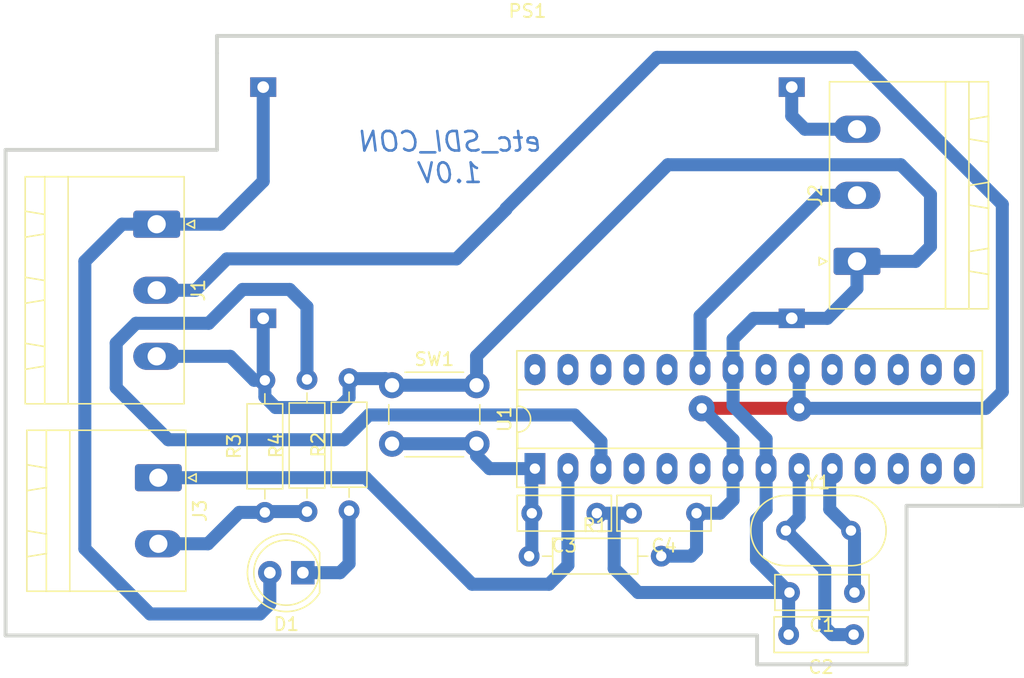
<source format=kicad_pcb>
(kicad_pcb (version 20171130) (host pcbnew "(5.1.6)-1")

  (general
    (thickness 1.6)
    (drawings 14)
    (tracks 126)
    (zones 0)
    (modules 16)
    (nets 31)
  )

  (page A4)
  (layers
    (0 F.Cu signal)
    (31 B.Cu signal)
    (32 B.Adhes user)
    (33 F.Adhes user)
    (34 B.Paste user)
    (35 F.Paste user)
    (36 B.SilkS user)
    (37 F.SilkS user)
    (38 B.Mask user)
    (39 F.Mask user)
    (40 Dwgs.User user)
    (41 Cmts.User user)
    (42 Eco1.User user)
    (43 Eco2.User user)
    (44 Edge.Cuts user)
    (45 Margin user)
    (46 B.CrtYd user)
    (47 F.CrtYd user)
    (48 B.Fab user)
    (49 F.Fab user)
  )

  (setup
    (last_trace_width 0.25)
    (user_trace_width 0.75)
    (user_trace_width 1)
    (trace_clearance 0.2)
    (zone_clearance 0.508)
    (zone_45_only no)
    (trace_min 0.2)
    (via_size 0.8)
    (via_drill 0.4)
    (via_min_size 0.4)
    (via_min_drill 0.3)
    (user_via 2 0.8)
    (uvia_size 0.3)
    (uvia_drill 0.1)
    (uvias_allowed no)
    (uvia_min_size 0.2)
    (uvia_min_drill 0.1)
    (edge_width 0.3)
    (segment_width 0.2)
    (pcb_text_width 0.3)
    (pcb_text_size 1.5 1.5)
    (mod_edge_width 0.12)
    (mod_text_size 1 1)
    (mod_text_width 0.15)
    (pad_size 2.4 1.6)
    (pad_drill 0.9)
    (pad_to_mask_clearance 0.05)
    (aux_axis_origin 0 0)
    (visible_elements 7FFFFFFF)
    (pcbplotparams
      (layerselection 0x010fc_ffffffff)
      (usegerberextensions false)
      (usegerberattributes true)
      (usegerberadvancedattributes true)
      (creategerberjobfile true)
      (excludeedgelayer true)
      (linewidth 0.100000)
      (plotframeref false)
      (viasonmask false)
      (mode 1)
      (useauxorigin false)
      (hpglpennumber 1)
      (hpglpenspeed 20)
      (hpglpendiameter 15.000000)
      (psnegative false)
      (psa4output false)
      (plotreference true)
      (plotvalue true)
      (plotinvisibletext false)
      (padsonsilk false)
      (subtractmaskfromsilk false)
      (outputformat 1)
      (mirror false)
      (drillshape 1)
      (scaleselection 1)
      (outputdirectory ""))
  )

  (net 0 "")
  (net 1 "Net-(C1-Pad1)")
  (net 2 /GND)
  (net 3 "Net-(C2-Pad1)")
  (net 4 "Net-(C3-Pad2)")
  (net 5 /5V)
  (net 6 "Net-(D1-Pad1)")
  (net 7 /VB)
  (net 8 /12V)
  (net 9 /SDI_BUS)
  (net 10 "Net-(J3-Pad2)")
  (net 11 "Net-(U1-Pad15)")
  (net 12 "Net-(U1-Pad16)")
  (net 13 "Net-(U1-Pad17)")
  (net 14 "Net-(U1-Pad18)")
  (net 15 "Net-(U1-Pad5)")
  (net 16 "Net-(U1-Pad19)")
  (net 17 "Net-(U1-Pad6)")
  (net 18 "Net-(U1-Pad21)")
  (net 19 "Net-(U1-Pad24)")
  (net 20 "Net-(U1-Pad11)")
  (net 21 "Net-(U1-Pad25)")
  (net 22 "Net-(U1-Pad12)")
  (net 23 "Net-(U1-Pad26)")
  (net 24 "Net-(U1-Pad13)")
  (net 25 "Net-(U1-Pad27)")
  (net 26 "Net-(U1-Pad14)")
  (net 27 "Net-(U1-Pad28)")
  (net 28 "Net-(U1-Pad4)")
  (net 29 /TX_ARM)
  (net 30 /RX_ARM)

  (net_class Default "This is the default net class."
    (clearance 0.2)
    (trace_width 0.25)
    (via_dia 0.8)
    (via_drill 0.4)
    (uvia_dia 0.3)
    (uvia_drill 0.1)
    (add_net /12V)
    (add_net /5V)
    (add_net /GND)
    (add_net /RX_ARM)
    (add_net /SDI_BUS)
    (add_net /TX_ARM)
    (add_net /VB)
    (add_net "Net-(C1-Pad1)")
    (add_net "Net-(C2-Pad1)")
    (add_net "Net-(C3-Pad2)")
    (add_net "Net-(D1-Pad1)")
    (add_net "Net-(J3-Pad2)")
    (add_net "Net-(U1-Pad11)")
    (add_net "Net-(U1-Pad12)")
    (add_net "Net-(U1-Pad13)")
    (add_net "Net-(U1-Pad14)")
    (add_net "Net-(U1-Pad15)")
    (add_net "Net-(U1-Pad16)")
    (add_net "Net-(U1-Pad17)")
    (add_net "Net-(U1-Pad18)")
    (add_net "Net-(U1-Pad19)")
    (add_net "Net-(U1-Pad21)")
    (add_net "Net-(U1-Pad24)")
    (add_net "Net-(U1-Pad25)")
    (add_net "Net-(U1-Pad26)")
    (add_net "Net-(U1-Pad27)")
    (add_net "Net-(U1-Pad28)")
    (add_net "Net-(U1-Pad4)")
    (add_net "Net-(U1-Pad5)")
    (add_net "Net-(U1-Pad6)")
  )

  (module Package_DIP:DIP-28_W7.62mm_Socket_LongPads (layer F.Cu) (tedit 5A02E8C5) (tstamp 5F7BE2AE)
    (at 152.2095 106.8705 90)
    (descr "28-lead though-hole mounted DIP package, row spacing 7.62 mm (300 mils), Socket, LongPads")
    (tags "THT DIP DIL PDIP 2.54mm 7.62mm 300mil Socket LongPads")
    (path /5F32F860)
    (fp_text reference U1 (at 3.81 -2.33 90) (layer F.SilkS)
      (effects (font (size 1 1) (thickness 0.15)))
    )
    (fp_text value ATmega328-PU (at 3.81 35.35 90) (layer F.Fab)
      (effects (font (size 1 1) (thickness 0.15)))
    )
    (fp_line (start 9.15 -1.6) (end -1.55 -1.6) (layer F.CrtYd) (width 0.05))
    (fp_line (start 9.15 34.65) (end 9.15 -1.6) (layer F.CrtYd) (width 0.05))
    (fp_line (start -1.55 34.65) (end 9.15 34.65) (layer F.CrtYd) (width 0.05))
    (fp_line (start -1.55 -1.6) (end -1.55 34.65) (layer F.CrtYd) (width 0.05))
    (fp_line (start 9.06 -1.39) (end -1.44 -1.39) (layer F.SilkS) (width 0.12))
    (fp_line (start 9.06 34.41) (end 9.06 -1.39) (layer F.SilkS) (width 0.12))
    (fp_line (start -1.44 34.41) (end 9.06 34.41) (layer F.SilkS) (width 0.12))
    (fp_line (start -1.44 -1.39) (end -1.44 34.41) (layer F.SilkS) (width 0.12))
    (fp_line (start 6.06 -1.33) (end 4.81 -1.33) (layer F.SilkS) (width 0.12))
    (fp_line (start 6.06 34.35) (end 6.06 -1.33) (layer F.SilkS) (width 0.12))
    (fp_line (start 1.56 34.35) (end 6.06 34.35) (layer F.SilkS) (width 0.12))
    (fp_line (start 1.56 -1.33) (end 1.56 34.35) (layer F.SilkS) (width 0.12))
    (fp_line (start 2.81 -1.33) (end 1.56 -1.33) (layer F.SilkS) (width 0.12))
    (fp_line (start 8.89 -1.33) (end -1.27 -1.33) (layer F.Fab) (width 0.1))
    (fp_line (start 8.89 34.35) (end 8.89 -1.33) (layer F.Fab) (width 0.1))
    (fp_line (start -1.27 34.35) (end 8.89 34.35) (layer F.Fab) (width 0.1))
    (fp_line (start -1.27 -1.33) (end -1.27 34.35) (layer F.Fab) (width 0.1))
    (fp_line (start 0.635 -0.27) (end 1.635 -1.27) (layer F.Fab) (width 0.1))
    (fp_line (start 0.635 34.29) (end 0.635 -0.27) (layer F.Fab) (width 0.1))
    (fp_line (start 6.985 34.29) (end 0.635 34.29) (layer F.Fab) (width 0.1))
    (fp_line (start 6.985 -1.27) (end 6.985 34.29) (layer F.Fab) (width 0.1))
    (fp_line (start 1.635 -1.27) (end 6.985 -1.27) (layer F.Fab) (width 0.1))
    (fp_text user %R (at 3.81 16.51 90) (layer F.Fab)
      (effects (font (size 1 1) (thickness 0.15)))
    )
    (fp_arc (start 3.81 -1.33) (end 2.81 -1.33) (angle -180) (layer F.SilkS) (width 0.12))
    (pad 28 thru_hole oval (at 7.62 0 90) (size 2.4 1.6) (drill 0.8) (layers *.Cu *.Mask)
      (net 27 "Net-(U1-Pad28)"))
    (pad 14 thru_hole oval (at 0 33.02 90) (size 2.4 1.6) (drill 0.8) (layers *.Cu *.Mask)
      (net 26 "Net-(U1-Pad14)"))
    (pad 27 thru_hole oval (at 7.62 2.54 90) (size 2.4 1.6) (drill 0.8) (layers *.Cu *.Mask)
      (net 25 "Net-(U1-Pad27)"))
    (pad 13 thru_hole oval (at 0 30.48 90) (size 2.4 1.6) (drill 0.8) (layers *.Cu *.Mask)
      (net 24 "Net-(U1-Pad13)"))
    (pad 26 thru_hole oval (at 7.62 5.08 90) (size 2.4 1.6) (drill 0.8) (layers *.Cu *.Mask)
      (net 23 "Net-(U1-Pad26)"))
    (pad 12 thru_hole oval (at 0 27.94 90) (size 2.4 1.6) (drill 0.8) (layers *.Cu *.Mask)
      (net 22 "Net-(U1-Pad12)"))
    (pad 25 thru_hole oval (at 7.62 7.62 90) (size 2.4 1.6) (drill 0.8) (layers *.Cu *.Mask)
      (net 21 "Net-(U1-Pad25)"))
    (pad 11 thru_hole oval (at 0 25.4 90) (size 2.4 1.6) (drill 0.8) (layers *.Cu *.Mask)
      (net 20 "Net-(U1-Pad11)"))
    (pad 24 thru_hole oval (at 7.62 10.16 90) (size 2.4 1.6) (drill 0.8) (layers *.Cu *.Mask)
      (net 19 "Net-(U1-Pad24)"))
    (pad 10 thru_hole oval (at 0 22.86 90) (size 2.4 1.6) (drill 0.8) (layers *.Cu *.Mask)
      (net 1 "Net-(C1-Pad1)"))
    (pad 23 thru_hole oval (at 7.62 12.7 90) (size 2.4 1.6) (drill 0.8) (layers *.Cu *.Mask)
      (net 9 /SDI_BUS))
    (pad 9 thru_hole oval (at 0 20.32 90) (size 2.4 1.6) (drill 0.8) (layers *.Cu *.Mask)
      (net 3 "Net-(C2-Pad1)"))
    (pad 22 thru_hole oval (at 7.62 15.24 90) (size 2.4 1.6) (drill 0.8) (layers *.Cu *.Mask)
      (net 2 /GND))
    (pad 8 thru_hole oval (at 0 17.78 90) (size 2.4 1.6) (drill 0.8) (layers *.Cu *.Mask)
      (net 2 /GND))
    (pad 21 thru_hole oval (at 7.62 17.78 90) (size 2.4 1.6) (drill 0.8) (layers *.Cu *.Mask)
      (net 18 "Net-(U1-Pad21)"))
    (pad 7 thru_hole oval (at 0 15.24 90) (size 2.4 1.6) (drill 0.8) (layers *.Cu *.Mask)
      (net 5 /5V))
    (pad 20 thru_hole oval (at 7.62 20.32 90) (size 2.4 1.6) (drill 0.8) (layers *.Cu *.Mask)
      (net 5 /5V))
    (pad 6 thru_hole oval (at 0 12.7 90) (size 2.4 1.6) (drill 0.8) (layers *.Cu *.Mask)
      (net 17 "Net-(U1-Pad6)"))
    (pad 19 thru_hole oval (at 7.62 22.86 90) (size 2.4 1.6) (drill 0.8) (layers *.Cu *.Mask)
      (net 16 "Net-(U1-Pad19)"))
    (pad 5 thru_hole oval (at 0 10.16 90) (size 2.4 1.6) (drill 0.8) (layers *.Cu *.Mask)
      (net 15 "Net-(U1-Pad5)"))
    (pad 18 thru_hole oval (at 7.62 25.4 90) (size 2.4 1.6) (drill 0.8) (layers *.Cu *.Mask)
      (net 14 "Net-(U1-Pad18)"))
    (pad 4 thru_hole oval (at 0 7.62 90) (size 2.4 1.6) (drill 0.8) (layers *.Cu *.Mask)
      (net 28 "Net-(U1-Pad4)"))
    (pad 17 thru_hole oval (at 7.62 27.94 90) (size 2.4 1.6) (drill 0.8) (layers *.Cu *.Mask)
      (net 13 "Net-(U1-Pad17)"))
    (pad 3 thru_hole oval (at 0 5.08 90) (size 2.4 1.6) (drill 0.8) (layers *.Cu *.Mask)
      (net 30 /RX_ARM))
    (pad 16 thru_hole oval (at 7.62 30.48 90) (size 2.4 1.6) (drill 0.8) (layers *.Cu *.Mask)
      (net 12 "Net-(U1-Pad16)"))
    (pad 2 thru_hole oval (at 0 2.54 90) (size 2.4 1.6) (drill 0.8) (layers *.Cu *.Mask)
      (net 29 /TX_ARM))
    (pad 15 thru_hole oval (at 7.62 33.02 90) (size 2.4 1.6) (drill 0.8) (layers *.Cu *.Mask)
      (net 11 "Net-(U1-Pad15)"))
    (pad 1 thru_hole rect (at 0 0 90) (size 2.4 1.6) (drill 0.8) (layers *.Cu *.Mask)
      (net 4 "Net-(C3-Pad2)"))
    (model ${KISYS3DMOD}/Package_DIP.3dshapes/DIP-28_W7.62mm_Socket.wrl
      (at (xyz 0 0 0))
      (scale (xyz 1 1 1))
      (rotate (xyz 0 0 0))
    )
  )

  (module Capacitor_THT:C_Disc_D7.0mm_W2.5mm_P5.00mm (layer F.Cu) (tedit 5AE50EF0) (tstamp 5F7BC4D7)
    (at 176.784 116.3955 180)
    (descr "C, Disc series, Radial, pin pitch=5.00mm, , diameter*width=7*2.5mm^2, Capacitor, http://cdn-reichelt.de/documents/datenblatt/B300/DS_KERKO_TC.pdf")
    (tags "C Disc series Radial pin pitch 5.00mm  diameter 7mm width 2.5mm Capacitor")
    (path /5F0302D7)
    (fp_text reference C1 (at 2.5 -2.5) (layer F.SilkS)
      (effects (font (size 1 1) (thickness 0.15)))
    )
    (fp_text value 22P (at 2.5 2.5) (layer F.Fab)
      (effects (font (size 1 1) (thickness 0.15)))
    )
    (fp_line (start -1 -1.25) (end -1 1.25) (layer F.Fab) (width 0.1))
    (fp_line (start -1 1.25) (end 6 1.25) (layer F.Fab) (width 0.1))
    (fp_line (start 6 1.25) (end 6 -1.25) (layer F.Fab) (width 0.1))
    (fp_line (start 6 -1.25) (end -1 -1.25) (layer F.Fab) (width 0.1))
    (fp_line (start -1.12 -1.37) (end 6.12 -1.37) (layer F.SilkS) (width 0.12))
    (fp_line (start -1.12 1.37) (end 6.12 1.37) (layer F.SilkS) (width 0.12))
    (fp_line (start -1.12 -1.37) (end -1.12 1.37) (layer F.SilkS) (width 0.12))
    (fp_line (start 6.12 -1.37) (end 6.12 1.37) (layer F.SilkS) (width 0.12))
    (fp_line (start -1.25 -1.5) (end -1.25 1.5) (layer F.CrtYd) (width 0.05))
    (fp_line (start -1.25 1.5) (end 6.25 1.5) (layer F.CrtYd) (width 0.05))
    (fp_line (start 6.25 1.5) (end 6.25 -1.5) (layer F.CrtYd) (width 0.05))
    (fp_line (start 6.25 -1.5) (end -1.25 -1.5) (layer F.CrtYd) (width 0.05))
    (fp_text user %R (at 2.5 0) (layer F.Fab)
      (effects (font (size 1 1) (thickness 0.15)))
    )
    (pad 1 thru_hole circle (at 0 0 180) (size 1.6 1.6) (drill 0.8) (layers *.Cu *.Mask)
      (net 1 "Net-(C1-Pad1)"))
    (pad 2 thru_hole circle (at 5 0 180) (size 1.6 1.6) (drill 0.8) (layers *.Cu *.Mask)
      (net 2 /GND))
    (model ${KISYS3DMOD}/Capacitor_THT.3dshapes/C_Disc_D7.0mm_W2.5mm_P5.00mm.wrl
      (at (xyz 0 0 0))
      (scale (xyz 1 1 1))
      (rotate (xyz 0 0 0))
    )
  )

  (module Capacitor_THT:C_Disc_D7.0mm_W2.5mm_P5.00mm (layer F.Cu) (tedit 5AE50EF0) (tstamp 5F7BC4EA)
    (at 176.7205 119.634 180)
    (descr "C, Disc series, Radial, pin pitch=5.00mm, , diameter*width=7*2.5mm^2, Capacitor, http://cdn-reichelt.de/documents/datenblatt/B300/DS_KERKO_TC.pdf")
    (tags "C Disc series Radial pin pitch 5.00mm  diameter 7mm width 2.5mm Capacitor")
    (path /5F0302DD)
    (fp_text reference C2 (at 2.5 -2.5) (layer F.SilkS)
      (effects (font (size 1 1) (thickness 0.15)))
    )
    (fp_text value 22P (at 2.5 2.5) (layer F.Fab)
      (effects (font (size 1 1) (thickness 0.15)))
    )
    (fp_line (start 6.25 -1.5) (end -1.25 -1.5) (layer F.CrtYd) (width 0.05))
    (fp_line (start 6.25 1.5) (end 6.25 -1.5) (layer F.CrtYd) (width 0.05))
    (fp_line (start -1.25 1.5) (end 6.25 1.5) (layer F.CrtYd) (width 0.05))
    (fp_line (start -1.25 -1.5) (end -1.25 1.5) (layer F.CrtYd) (width 0.05))
    (fp_line (start 6.12 -1.37) (end 6.12 1.37) (layer F.SilkS) (width 0.12))
    (fp_line (start -1.12 -1.37) (end -1.12 1.37) (layer F.SilkS) (width 0.12))
    (fp_line (start -1.12 1.37) (end 6.12 1.37) (layer F.SilkS) (width 0.12))
    (fp_line (start -1.12 -1.37) (end 6.12 -1.37) (layer F.SilkS) (width 0.12))
    (fp_line (start 6 -1.25) (end -1 -1.25) (layer F.Fab) (width 0.1))
    (fp_line (start 6 1.25) (end 6 -1.25) (layer F.Fab) (width 0.1))
    (fp_line (start -1 1.25) (end 6 1.25) (layer F.Fab) (width 0.1))
    (fp_line (start -1 -1.25) (end -1 1.25) (layer F.Fab) (width 0.1))
    (fp_text user %R (at 2.5 0) (layer F.Fab)
      (effects (font (size 1 1) (thickness 0.15)))
    )
    (pad 2 thru_hole circle (at 5 0 180) (size 1.6 1.6) (drill 0.8) (layers *.Cu *.Mask)
      (net 2 /GND))
    (pad 1 thru_hole circle (at 0 0 180) (size 1.6 1.6) (drill 0.8) (layers *.Cu *.Mask)
      (net 3 "Net-(C2-Pad1)"))
    (model ${KISYS3DMOD}/Capacitor_THT.3dshapes/C_Disc_D7.0mm_W2.5mm_P5.00mm.wrl
      (at (xyz 0 0 0))
      (scale (xyz 1 1 1))
      (rotate (xyz 0 0 0))
    )
  )

  (module Capacitor_THT:C_Disc_D7.0mm_W2.5mm_P5.00mm (layer F.Cu) (tedit 5AE50EF0) (tstamp 5F7BC4FD)
    (at 156.972 110.2995 180)
    (descr "C, Disc series, Radial, pin pitch=5.00mm, , diameter*width=7*2.5mm^2, Capacitor, http://cdn-reichelt.de/documents/datenblatt/B300/DS_KERKO_TC.pdf")
    (tags "C Disc series Radial pin pitch 5.00mm  diameter 7mm width 2.5mm Capacitor")
    (path /5F03030C)
    (fp_text reference C3 (at 2.5 -2.5) (layer F.SilkS)
      (effects (font (size 1 1) (thickness 0.15)))
    )
    (fp_text value 104 (at 2.5 2.5) (layer F.Fab)
      (effects (font (size 1 1) (thickness 0.15)))
    )
    (fp_line (start 6.25 -1.5) (end -1.25 -1.5) (layer F.CrtYd) (width 0.05))
    (fp_line (start 6.25 1.5) (end 6.25 -1.5) (layer F.CrtYd) (width 0.05))
    (fp_line (start -1.25 1.5) (end 6.25 1.5) (layer F.CrtYd) (width 0.05))
    (fp_line (start -1.25 -1.5) (end -1.25 1.5) (layer F.CrtYd) (width 0.05))
    (fp_line (start 6.12 -1.37) (end 6.12 1.37) (layer F.SilkS) (width 0.12))
    (fp_line (start -1.12 -1.37) (end -1.12 1.37) (layer F.SilkS) (width 0.12))
    (fp_line (start -1.12 1.37) (end 6.12 1.37) (layer F.SilkS) (width 0.12))
    (fp_line (start -1.12 -1.37) (end 6.12 -1.37) (layer F.SilkS) (width 0.12))
    (fp_line (start 6 -1.25) (end -1 -1.25) (layer F.Fab) (width 0.1))
    (fp_line (start 6 1.25) (end 6 -1.25) (layer F.Fab) (width 0.1))
    (fp_line (start -1 1.25) (end 6 1.25) (layer F.Fab) (width 0.1))
    (fp_line (start -1 -1.25) (end -1 1.25) (layer F.Fab) (width 0.1))
    (fp_text user %R (at 2.5 0) (layer F.Fab)
      (effects (font (size 1 1) (thickness 0.15)))
    )
    (pad 2 thru_hole circle (at 5 0 180) (size 1.6 1.6) (drill 0.8) (layers *.Cu *.Mask)
      (net 4 "Net-(C3-Pad2)"))
    (pad 1 thru_hole circle (at 0 0 180) (size 1.6 1.6) (drill 0.8) (layers *.Cu *.Mask)
      (net 2 /GND))
    (model ${KISYS3DMOD}/Capacitor_THT.3dshapes/C_Disc_D7.0mm_W2.5mm_P5.00mm.wrl
      (at (xyz 0 0 0))
      (scale (xyz 1 1 1))
      (rotate (xyz 0 0 0))
    )
  )

  (module Capacitor_THT:C_Disc_D7.0mm_W2.5mm_P5.00mm (layer F.Cu) (tedit 5AE50EF0) (tstamp 5F7BC510)
    (at 164.639 110.2995 180)
    (descr "C, Disc series, Radial, pin pitch=5.00mm, , diameter*width=7*2.5mm^2, Capacitor, http://cdn-reichelt.de/documents/datenblatt/B300/DS_KERKO_TC.pdf")
    (tags "C Disc series Radial pin pitch 5.00mm  diameter 7mm width 2.5mm Capacitor")
    (path /5F0302B9)
    (fp_text reference C4 (at 2.5 -2.5) (layer F.SilkS)
      (effects (font (size 1 1) (thickness 0.15)))
    )
    (fp_text value 0.1UF (at 2.5 2.5) (layer F.Fab)
      (effects (font (size 1 1) (thickness 0.15)))
    )
    (fp_line (start -1 -1.25) (end -1 1.25) (layer F.Fab) (width 0.1))
    (fp_line (start -1 1.25) (end 6 1.25) (layer F.Fab) (width 0.1))
    (fp_line (start 6 1.25) (end 6 -1.25) (layer F.Fab) (width 0.1))
    (fp_line (start 6 -1.25) (end -1 -1.25) (layer F.Fab) (width 0.1))
    (fp_line (start -1.12 -1.37) (end 6.12 -1.37) (layer F.SilkS) (width 0.12))
    (fp_line (start -1.12 1.37) (end 6.12 1.37) (layer F.SilkS) (width 0.12))
    (fp_line (start -1.12 -1.37) (end -1.12 1.37) (layer F.SilkS) (width 0.12))
    (fp_line (start 6.12 -1.37) (end 6.12 1.37) (layer F.SilkS) (width 0.12))
    (fp_line (start -1.25 -1.5) (end -1.25 1.5) (layer F.CrtYd) (width 0.05))
    (fp_line (start -1.25 1.5) (end 6.25 1.5) (layer F.CrtYd) (width 0.05))
    (fp_line (start 6.25 1.5) (end 6.25 -1.5) (layer F.CrtYd) (width 0.05))
    (fp_line (start 6.25 -1.5) (end -1.25 -1.5) (layer F.CrtYd) (width 0.05))
    (fp_text user %R (at 2.5 0) (layer F.Fab)
      (effects (font (size 1 1) (thickness 0.15)))
    )
    (pad 1 thru_hole circle (at 0 0 180) (size 1.6 1.6) (drill 0.8) (layers *.Cu *.Mask)
      (net 5 /5V))
    (pad 2 thru_hole circle (at 5 0 180) (size 1.6 1.6) (drill 0.8) (layers *.Cu *.Mask)
      (net 2 /GND))
    (model ${KISYS3DMOD}/Capacitor_THT.3dshapes/C_Disc_D7.0mm_W2.5mm_P5.00mm.wrl
      (at (xyz 0 0 0))
      (scale (xyz 1 1 1))
      (rotate (xyz 0 0 0))
    )
  )

  (module LED_THT:LED_D5.0mm (layer F.Cu) (tedit 5995936A) (tstamp 5F7BC522)
    (at 134.366 114.8715 180)
    (descr "LED, diameter 5.0mm, 2 pins, http://cdn-reichelt.de/documents/datenblatt/A500/LL-504BC2E-009.pdf")
    (tags "LED diameter 5.0mm 2 pins")
    (path /5F5CFF13)
    (fp_text reference D1 (at 1.27 -3.96) (layer F.SilkS)
      (effects (font (size 1 1) (thickness 0.15)))
    )
    (fp_text value LED (at 1.27 3.96) (layer F.Fab)
      (effects (font (size 1 1) (thickness 0.15)))
    )
    (fp_circle (center 1.27 0) (end 3.77 0) (layer F.Fab) (width 0.1))
    (fp_circle (center 1.27 0) (end 3.77 0) (layer F.SilkS) (width 0.12))
    (fp_line (start -1.23 -1.469694) (end -1.23 1.469694) (layer F.Fab) (width 0.1))
    (fp_line (start -1.29 -1.545) (end -1.29 1.545) (layer F.SilkS) (width 0.12))
    (fp_line (start -1.95 -3.25) (end -1.95 3.25) (layer F.CrtYd) (width 0.05))
    (fp_line (start -1.95 3.25) (end 4.5 3.25) (layer F.CrtYd) (width 0.05))
    (fp_line (start 4.5 3.25) (end 4.5 -3.25) (layer F.CrtYd) (width 0.05))
    (fp_line (start 4.5 -3.25) (end -1.95 -3.25) (layer F.CrtYd) (width 0.05))
    (fp_arc (start 1.27 0) (end -1.23 -1.469694) (angle 299.1) (layer F.Fab) (width 0.1))
    (fp_arc (start 1.27 0) (end -1.29 -1.54483) (angle 148.9) (layer F.SilkS) (width 0.12))
    (fp_arc (start 1.27 0) (end -1.29 1.54483) (angle -148.9) (layer F.SilkS) (width 0.12))
    (fp_text user %R (at 1.25 0) (layer F.Fab)
      (effects (font (size 0.8 0.8) (thickness 0.2)))
    )
    (pad 1 thru_hole rect (at 0 0 180) (size 1.8 1.8) (drill 0.9) (layers *.Cu *.Mask)
      (net 6 "Net-(D1-Pad1)"))
    (pad 2 thru_hole circle (at 2.54 0 180) (size 1.8 1.8) (drill 0.9) (layers *.Cu *.Mask)
      (net 7 /VB))
    (model ${KISYS3DMOD}/LED_THT.3dshapes/LED_D5.0mm.wrl
      (at (xyz 0 0 0))
      (scale (xyz 1 1 1))
      (rotate (xyz 0 0 0))
    )
  )

  (module Connector_Phoenix_MSTB:PhoenixContact_MSTBA_2,5_3-G-5,08_1x03_P5.08mm_Horizontal (layer F.Cu) (tedit 5B785047) (tstamp 5F7BC54B)
    (at 123.1265 88.0745 270)
    (descr "Generic Phoenix Contact connector footprint for: MSTBA_2,5/3-G-5,08; number of pins: 03; pin pitch: 5.08mm; Angled || order number: 1757255 12A || order number: 1923872 16A (HC)")
    (tags "phoenix_contact connector MSTBA_01x03_G_5.08mm")
    (path /5F7ABDEC)
    (fp_text reference J1 (at 5.08 -3.2 90) (layer F.SilkS)
      (effects (font (size 1 1) (thickness 0.15)))
    )
    (fp_text value INPUT_PORT (at 5.08 11.2 90) (layer F.Fab)
      (effects (font (size 1 1) (thickness 0.15)))
    )
    (fp_line (start -3.65 -2.11) (end -3.65 10.11) (layer F.SilkS) (width 0.12))
    (fp_line (start -3.65 10.11) (end 13.81 10.11) (layer F.SilkS) (width 0.12))
    (fp_line (start 13.81 10.11) (end 13.81 -2.11) (layer F.SilkS) (width 0.12))
    (fp_line (start 13.81 -2.11) (end -3.65 -2.11) (layer F.SilkS) (width 0.12))
    (fp_line (start -3.54 -2) (end -3.54 10) (layer F.Fab) (width 0.1))
    (fp_line (start -3.54 10) (end 13.7 10) (layer F.Fab) (width 0.1))
    (fp_line (start 13.7 10) (end 13.7 -2) (layer F.Fab) (width 0.1))
    (fp_line (start 13.7 -2) (end -3.54 -2) (layer F.Fab) (width 0.1))
    (fp_line (start -3.65 8.61) (end -3.65 6.81) (layer F.SilkS) (width 0.12))
    (fp_line (start -3.65 6.81) (end 13.81 6.81) (layer F.SilkS) (width 0.12))
    (fp_line (start 13.81 6.81) (end 13.81 8.61) (layer F.SilkS) (width 0.12))
    (fp_line (start 13.81 8.61) (end -3.65 8.61) (layer F.SilkS) (width 0.12))
    (fp_line (start -1 10.11) (end 1 10.11) (layer F.SilkS) (width 0.12))
    (fp_line (start 1 10.11) (end 0.75 8.61) (layer F.SilkS) (width 0.12))
    (fp_line (start 0.75 8.61) (end -0.75 8.61) (layer F.SilkS) (width 0.12))
    (fp_line (start -0.75 8.61) (end -1 10.11) (layer F.SilkS) (width 0.12))
    (fp_line (start 4.08 10.11) (end 6.08 10.11) (layer F.SilkS) (width 0.12))
    (fp_line (start 6.08 10.11) (end 5.83 8.61) (layer F.SilkS) (width 0.12))
    (fp_line (start 5.83 8.61) (end 4.33 8.61) (layer F.SilkS) (width 0.12))
    (fp_line (start 4.33 8.61) (end 4.08 10.11) (layer F.SilkS) (width 0.12))
    (fp_line (start 9.16 10.11) (end 11.16 10.11) (layer F.SilkS) (width 0.12))
    (fp_line (start 11.16 10.11) (end 10.91 8.61) (layer F.SilkS) (width 0.12))
    (fp_line (start 10.91 8.61) (end 9.41 8.61) (layer F.SilkS) (width 0.12))
    (fp_line (start 9.41 8.61) (end 9.16 10.11) (layer F.SilkS) (width 0.12))
    (fp_line (start -4.04 -2.5) (end -4.04 10.5) (layer F.CrtYd) (width 0.05))
    (fp_line (start -4.04 10.5) (end 14.2 10.5) (layer F.CrtYd) (width 0.05))
    (fp_line (start 14.2 10.5) (end 14.2 -2.5) (layer F.CrtYd) (width 0.05))
    (fp_line (start 14.2 -2.5) (end -4.04 -2.5) (layer F.CrtYd) (width 0.05))
    (fp_line (start 0.3 -2.91) (end 0 -2.31) (layer F.SilkS) (width 0.12))
    (fp_line (start 0 -2.31) (end -0.3 -2.91) (layer F.SilkS) (width 0.12))
    (fp_line (start -0.3 -2.91) (end 0.3 -2.91) (layer F.SilkS) (width 0.12))
    (fp_line (start 0.95 -2) (end 0 -0.5) (layer F.Fab) (width 0.1))
    (fp_line (start 0 -0.5) (end -0.95 -2) (layer F.Fab) (width 0.1))
    (fp_text user %R (at 5.08 -1.3 90) (layer F.Fab)
      (effects (font (size 1 1) (thickness 0.15)))
    )
    (pad 1 thru_hole roundrect (at 0 0 270) (size 2.08 3.6) (drill 1.4) (layers *.Cu *.Mask) (roundrect_rratio 0.120192)
      (net 7 /VB))
    (pad 2 thru_hole oval (at 5.08 0 270) (size 2.08 3.6) (drill 1.4) (layers *.Cu *.Mask)
      (net 5 /5V))
    (pad 3 thru_hole oval (at 10.16 0 270) (size 2.08 3.6) (drill 1.4) (layers *.Cu *.Mask)
      (net 2 /GND))
    (model ${KISYS3DMOD}/Connector_Phoenix_MSTB.3dshapes/PhoenixContact_MSTBA_2,5_3-G-5,08_1x03_P5.08mm_Horizontal.wrl
      (at (xyz 0 0 0))
      (scale (xyz 1 1 1))
      (rotate (xyz 0 0 0))
    )
  )

  (module Connector_Phoenix_MSTB:PhoenixContact_MSTBA_2,5_3-G-5,08_1x03_P5.08mm_Horizontal (layer F.Cu) (tedit 5B785047) (tstamp 5F7BC574)
    (at 176.9745 90.932 90)
    (descr "Generic Phoenix Contact connector footprint for: MSTBA_2,5/3-G-5,08; number of pins: 03; pin pitch: 5.08mm; Angled || order number: 1757255 12A || order number: 1923872 16A (HC)")
    (tags "phoenix_contact connector MSTBA_01x03_G_5.08mm")
    (path /5F7C30B0)
    (fp_text reference J2 (at 5.08 -3.2 90) (layer F.SilkS)
      (effects (font (size 1 1) (thickness 0.15)))
    )
    (fp_text value INTER (at 5.08 11.2 90) (layer F.Fab)
      (effects (font (size 1 1) (thickness 0.15)))
    )
    (fp_line (start 0 -0.5) (end -0.95 -2) (layer F.Fab) (width 0.1))
    (fp_line (start 0.95 -2) (end 0 -0.5) (layer F.Fab) (width 0.1))
    (fp_line (start -0.3 -2.91) (end 0.3 -2.91) (layer F.SilkS) (width 0.12))
    (fp_line (start 0 -2.31) (end -0.3 -2.91) (layer F.SilkS) (width 0.12))
    (fp_line (start 0.3 -2.91) (end 0 -2.31) (layer F.SilkS) (width 0.12))
    (fp_line (start 14.2 -2.5) (end -4.04 -2.5) (layer F.CrtYd) (width 0.05))
    (fp_line (start 14.2 10.5) (end 14.2 -2.5) (layer F.CrtYd) (width 0.05))
    (fp_line (start -4.04 10.5) (end 14.2 10.5) (layer F.CrtYd) (width 0.05))
    (fp_line (start -4.04 -2.5) (end -4.04 10.5) (layer F.CrtYd) (width 0.05))
    (fp_line (start 9.41 8.61) (end 9.16 10.11) (layer F.SilkS) (width 0.12))
    (fp_line (start 10.91 8.61) (end 9.41 8.61) (layer F.SilkS) (width 0.12))
    (fp_line (start 11.16 10.11) (end 10.91 8.61) (layer F.SilkS) (width 0.12))
    (fp_line (start 9.16 10.11) (end 11.16 10.11) (layer F.SilkS) (width 0.12))
    (fp_line (start 4.33 8.61) (end 4.08 10.11) (layer F.SilkS) (width 0.12))
    (fp_line (start 5.83 8.61) (end 4.33 8.61) (layer F.SilkS) (width 0.12))
    (fp_line (start 6.08 10.11) (end 5.83 8.61) (layer F.SilkS) (width 0.12))
    (fp_line (start 4.08 10.11) (end 6.08 10.11) (layer F.SilkS) (width 0.12))
    (fp_line (start -0.75 8.61) (end -1 10.11) (layer F.SilkS) (width 0.12))
    (fp_line (start 0.75 8.61) (end -0.75 8.61) (layer F.SilkS) (width 0.12))
    (fp_line (start 1 10.11) (end 0.75 8.61) (layer F.SilkS) (width 0.12))
    (fp_line (start -1 10.11) (end 1 10.11) (layer F.SilkS) (width 0.12))
    (fp_line (start 13.81 8.61) (end -3.65 8.61) (layer F.SilkS) (width 0.12))
    (fp_line (start 13.81 6.81) (end 13.81 8.61) (layer F.SilkS) (width 0.12))
    (fp_line (start -3.65 6.81) (end 13.81 6.81) (layer F.SilkS) (width 0.12))
    (fp_line (start -3.65 8.61) (end -3.65 6.81) (layer F.SilkS) (width 0.12))
    (fp_line (start 13.7 -2) (end -3.54 -2) (layer F.Fab) (width 0.1))
    (fp_line (start 13.7 10) (end 13.7 -2) (layer F.Fab) (width 0.1))
    (fp_line (start -3.54 10) (end 13.7 10) (layer F.Fab) (width 0.1))
    (fp_line (start -3.54 -2) (end -3.54 10) (layer F.Fab) (width 0.1))
    (fp_line (start 13.81 -2.11) (end -3.65 -2.11) (layer F.SilkS) (width 0.12))
    (fp_line (start 13.81 10.11) (end 13.81 -2.11) (layer F.SilkS) (width 0.12))
    (fp_line (start -3.65 10.11) (end 13.81 10.11) (layer F.SilkS) (width 0.12))
    (fp_line (start -3.65 -2.11) (end -3.65 10.11) (layer F.SilkS) (width 0.12))
    (fp_text user %R (at 5.08 -1.3 90) (layer F.Fab)
      (effects (font (size 1 1) (thickness 0.15)))
    )
    (pad 3 thru_hole oval (at 10.16 0 90) (size 2.08 3.6) (drill 1.4) (layers *.Cu *.Mask)
      (net 8 /12V))
    (pad 2 thru_hole oval (at 5.08 0 90) (size 2.08 3.6) (drill 1.4) (layers *.Cu *.Mask)
      (net 9 /SDI_BUS))
    (pad 1 thru_hole roundrect (at 0 0 90) (size 2.08 3.6) (drill 1.4) (layers *.Cu *.Mask) (roundrect_rratio 0.120192)
      (net 2 /GND))
    (model ${KISYS3DMOD}/Connector_Phoenix_MSTB.3dshapes/PhoenixContact_MSTBA_2,5_3-G-5,08_1x03_P5.08mm_Horizontal.wrl
      (at (xyz 0 0 0))
      (scale (xyz 1 1 1))
      (rotate (xyz 0 0 0))
    )
  )

  (module Connector_Phoenix_MSTB:PhoenixContact_MSTBA_2,5_2-G-5,08_1x02_P5.08mm_Horizontal (layer F.Cu) (tedit 5B785047) (tstamp 5F7BC598)
    (at 123.2535 107.569 270)
    (descr "Generic Phoenix Contact connector footprint for: MSTBA_2,5/2-G-5,08; number of pins: 02; pin pitch: 5.08mm; Angled || order number: 1757242 12A || order number: 1923869 16A (HC)")
    (tags "phoenix_contact connector MSTBA_01x02_G_5.08mm")
    (path /5F7D77D1)
    (fp_text reference J3 (at 2.54 -3.2 90) (layer F.SilkS)
      (effects (font (size 1 1) (thickness 0.15)))
    )
    (fp_text value COMU (at 2.54 11.2 90) (layer F.Fab)
      (effects (font (size 1 1) (thickness 0.15)))
    )
    (fp_line (start -3.65 -2.11) (end -3.65 10.11) (layer F.SilkS) (width 0.12))
    (fp_line (start -3.65 10.11) (end 8.73 10.11) (layer F.SilkS) (width 0.12))
    (fp_line (start 8.73 10.11) (end 8.73 -2.11) (layer F.SilkS) (width 0.12))
    (fp_line (start 8.73 -2.11) (end -3.65 -2.11) (layer F.SilkS) (width 0.12))
    (fp_line (start -3.54 -2) (end -3.54 10) (layer F.Fab) (width 0.1))
    (fp_line (start -3.54 10) (end 8.62 10) (layer F.Fab) (width 0.1))
    (fp_line (start 8.62 10) (end 8.62 -2) (layer F.Fab) (width 0.1))
    (fp_line (start 8.62 -2) (end -3.54 -2) (layer F.Fab) (width 0.1))
    (fp_line (start -3.65 8.61) (end -3.65 6.81) (layer F.SilkS) (width 0.12))
    (fp_line (start -3.65 6.81) (end 8.73 6.81) (layer F.SilkS) (width 0.12))
    (fp_line (start 8.73 6.81) (end 8.73 8.61) (layer F.SilkS) (width 0.12))
    (fp_line (start 8.73 8.61) (end -3.65 8.61) (layer F.SilkS) (width 0.12))
    (fp_line (start -1 10.11) (end 1 10.11) (layer F.SilkS) (width 0.12))
    (fp_line (start 1 10.11) (end 0.75 8.61) (layer F.SilkS) (width 0.12))
    (fp_line (start 0.75 8.61) (end -0.75 8.61) (layer F.SilkS) (width 0.12))
    (fp_line (start -0.75 8.61) (end -1 10.11) (layer F.SilkS) (width 0.12))
    (fp_line (start 4.08 10.11) (end 6.08 10.11) (layer F.SilkS) (width 0.12))
    (fp_line (start 6.08 10.11) (end 5.83 8.61) (layer F.SilkS) (width 0.12))
    (fp_line (start 5.83 8.61) (end 4.33 8.61) (layer F.SilkS) (width 0.12))
    (fp_line (start 4.33 8.61) (end 4.08 10.11) (layer F.SilkS) (width 0.12))
    (fp_line (start -4.04 -2.5) (end -4.04 10.5) (layer F.CrtYd) (width 0.05))
    (fp_line (start -4.04 10.5) (end 9.12 10.5) (layer F.CrtYd) (width 0.05))
    (fp_line (start 9.12 10.5) (end 9.12 -2.5) (layer F.CrtYd) (width 0.05))
    (fp_line (start 9.12 -2.5) (end -4.04 -2.5) (layer F.CrtYd) (width 0.05))
    (fp_line (start 0.3 -2.91) (end 0 -2.31) (layer F.SilkS) (width 0.12))
    (fp_line (start 0 -2.31) (end -0.3 -2.91) (layer F.SilkS) (width 0.12))
    (fp_line (start -0.3 -2.91) (end 0.3 -2.91) (layer F.SilkS) (width 0.12))
    (fp_line (start 0.95 -2) (end 0 -0.5) (layer F.Fab) (width 0.1))
    (fp_line (start 0 -0.5) (end -0.95 -2) (layer F.Fab) (width 0.1))
    (fp_text user %R (at 2.54 -1.3 90) (layer F.Fab)
      (effects (font (size 1 1) (thickness 0.15)))
    )
    (pad 1 thru_hole roundrect (at 0 0 270) (size 2.08 3.6) (drill 1.4) (layers *.Cu *.Mask) (roundrect_rratio 0.120192)
      (net 29 /TX_ARM))
    (pad 2 thru_hole oval (at 5.08 0 270) (size 2.08 3.6) (drill 1.4) (layers *.Cu *.Mask)
      (net 10 "Net-(J3-Pad2)"))
    (model ${KISYS3DMOD}/Connector_Phoenix_MSTB.3dshapes/PhoenixContact_MSTBA_2,5_2-G-5,08_1x02_P5.08mm_Horizontal.wrl
      (at (xyz 0 0 0))
      (scale (xyz 1 1 1))
      (rotate (xyz 0 0 0))
    )
  )

  (module DC_stepUP_converter:DC_stepUP_converter (layer F.Cu) (tedit 5F79F26F) (tstamp 5F7BC5A4)
    (at 151.638 71.1835)
    (path /5F7A9138)
    (fp_text reference PS1 (at 0 0.5) (layer F.SilkS)
      (effects (font (size 1 1) (thickness 0.15)))
    )
    (fp_text value DC_stepUP_converter (at 0 2.54) (layer F.Fab)
      (effects (font (size 1 1) (thickness 0.15)))
    )
    (fp_line (start 21.59 25.4) (end 21.59 5.08) (layer F.Fab) (width 0.12))
    (fp_line (start 21.59 5.08) (end -21.59 5.08) (layer F.Fab) (width 0.12))
    (fp_line (start -21.59 5.08) (end -21.59 25.4) (layer F.Fab) (width 0.12))
    (fp_line (start -21.59 25.4) (end 21.59 25.4) (layer F.Fab) (width 0.12))
    (pad 1 thru_hole rect (at -20.32 6.35) (size 2 1.5) (drill 0.9) (layers *.Cu *.Mask)
      (net 7 /VB))
    (pad 2 thru_hole rect (at -20.32 24.13) (size 2 1.5) (drill 0.9) (layers *.Cu *.Mask)
      (net 2 /GND))
    (pad 3 thru_hole rect (at 20.32 6.35) (size 2 1.5) (drill 0.9) (layers *.Cu *.Mask)
      (net 8 /12V))
    (pad 4 thru_hole rect (at 20.32 24.13) (size 2 1.5) (drill 0.9) (layers *.Cu *.Mask)
      (net 2 /GND))
  )

  (module Resistor_THT:R_Axial_DIN0207_L6.3mm_D2.5mm_P10.16mm_Horizontal (layer F.Cu) (tedit 5AE5139B) (tstamp 5F7BC5BB)
    (at 151.765 113.6015)
    (descr "Resistor, Axial_DIN0207 series, Axial, Horizontal, pin pitch=10.16mm, 0.25W = 1/4W, length*diameter=6.3*2.5mm^2, http://cdn-reichelt.de/documents/datenblatt/B400/1_4W%23YAG.pdf")
    (tags "Resistor Axial_DIN0207 series Axial Horizontal pin pitch 10.16mm 0.25W = 1/4W length 6.3mm diameter 2.5mm")
    (path /5F0302FA)
    (fp_text reference R1 (at 5.08 -2.37) (layer F.SilkS)
      (effects (font (size 1 1) (thickness 0.15)))
    )
    (fp_text value 10K (at 5.08 2.37) (layer F.Fab)
      (effects (font (size 1 1) (thickness 0.15)))
    )
    (fp_line (start 11.21 -1.5) (end -1.05 -1.5) (layer F.CrtYd) (width 0.05))
    (fp_line (start 11.21 1.5) (end 11.21 -1.5) (layer F.CrtYd) (width 0.05))
    (fp_line (start -1.05 1.5) (end 11.21 1.5) (layer F.CrtYd) (width 0.05))
    (fp_line (start -1.05 -1.5) (end -1.05 1.5) (layer F.CrtYd) (width 0.05))
    (fp_line (start 9.12 0) (end 8.35 0) (layer F.SilkS) (width 0.12))
    (fp_line (start 1.04 0) (end 1.81 0) (layer F.SilkS) (width 0.12))
    (fp_line (start 8.35 -1.37) (end 1.81 -1.37) (layer F.SilkS) (width 0.12))
    (fp_line (start 8.35 1.37) (end 8.35 -1.37) (layer F.SilkS) (width 0.12))
    (fp_line (start 1.81 1.37) (end 8.35 1.37) (layer F.SilkS) (width 0.12))
    (fp_line (start 1.81 -1.37) (end 1.81 1.37) (layer F.SilkS) (width 0.12))
    (fp_line (start 10.16 0) (end 8.23 0) (layer F.Fab) (width 0.1))
    (fp_line (start 0 0) (end 1.93 0) (layer F.Fab) (width 0.1))
    (fp_line (start 8.23 -1.25) (end 1.93 -1.25) (layer F.Fab) (width 0.1))
    (fp_line (start 8.23 1.25) (end 8.23 -1.25) (layer F.Fab) (width 0.1))
    (fp_line (start 1.93 1.25) (end 8.23 1.25) (layer F.Fab) (width 0.1))
    (fp_line (start 1.93 -1.25) (end 1.93 1.25) (layer F.Fab) (width 0.1))
    (fp_text user %R (at 5.08 0) (layer F.Fab)
      (effects (font (size 1 1) (thickness 0.15)))
    )
    (pad 2 thru_hole oval (at 10.16 0) (size 1.6 1.6) (drill 0.8) (layers *.Cu *.Mask)
      (net 5 /5V))
    (pad 1 thru_hole circle (at 0 0) (size 1.6 1.6) (drill 0.8) (layers *.Cu *.Mask)
      (net 4 "Net-(C3-Pad2)"))
    (model ${KISYS3DMOD}/Resistor_THT.3dshapes/R_Axial_DIN0207_L6.3mm_D2.5mm_P10.16mm_Horizontal.wrl
      (at (xyz 0 0 0))
      (scale (xyz 1 1 1))
      (rotate (xyz 0 0 0))
    )
  )

  (module Resistor_THT:R_Axial_DIN0207_L6.3mm_D2.5mm_P10.16mm_Horizontal (layer F.Cu) (tedit 5AE5139B) (tstamp 5F7BC5D2)
    (at 137.922 110.109 90)
    (descr "Resistor, Axial_DIN0207 series, Axial, Horizontal, pin pitch=10.16mm, 0.25W = 1/4W, length*diameter=6.3*2.5mm^2, http://cdn-reichelt.de/documents/datenblatt/B400/1_4W%23YAG.pdf")
    (tags "Resistor Axial_DIN0207 series Axial Horizontal pin pitch 10.16mm 0.25W = 1/4W length 6.3mm diameter 2.5mm")
    (path /5F5D17EF)
    (fp_text reference R2 (at 5.08 -2.37 90) (layer F.SilkS)
      (effects (font (size 1 1) (thickness 0.15)))
    )
    (fp_text value 220 (at 5.08 2.37 90) (layer F.Fab)
      (effects (font (size 1 1) (thickness 0.15)))
    )
    (fp_line (start 1.93 -1.25) (end 1.93 1.25) (layer F.Fab) (width 0.1))
    (fp_line (start 1.93 1.25) (end 8.23 1.25) (layer F.Fab) (width 0.1))
    (fp_line (start 8.23 1.25) (end 8.23 -1.25) (layer F.Fab) (width 0.1))
    (fp_line (start 8.23 -1.25) (end 1.93 -1.25) (layer F.Fab) (width 0.1))
    (fp_line (start 0 0) (end 1.93 0) (layer F.Fab) (width 0.1))
    (fp_line (start 10.16 0) (end 8.23 0) (layer F.Fab) (width 0.1))
    (fp_line (start 1.81 -1.37) (end 1.81 1.37) (layer F.SilkS) (width 0.12))
    (fp_line (start 1.81 1.37) (end 8.35 1.37) (layer F.SilkS) (width 0.12))
    (fp_line (start 8.35 1.37) (end 8.35 -1.37) (layer F.SilkS) (width 0.12))
    (fp_line (start 8.35 -1.37) (end 1.81 -1.37) (layer F.SilkS) (width 0.12))
    (fp_line (start 1.04 0) (end 1.81 0) (layer F.SilkS) (width 0.12))
    (fp_line (start 9.12 0) (end 8.35 0) (layer F.SilkS) (width 0.12))
    (fp_line (start -1.05 -1.5) (end -1.05 1.5) (layer F.CrtYd) (width 0.05))
    (fp_line (start -1.05 1.5) (end 11.21 1.5) (layer F.CrtYd) (width 0.05))
    (fp_line (start 11.21 1.5) (end 11.21 -1.5) (layer F.CrtYd) (width 0.05))
    (fp_line (start 11.21 -1.5) (end -1.05 -1.5) (layer F.CrtYd) (width 0.05))
    (fp_text user %R (at 5.08 0 90) (layer F.Fab)
      (effects (font (size 1 1) (thickness 0.15)))
    )
    (pad 1 thru_hole circle (at 0 0 90) (size 1.6 1.6) (drill 0.8) (layers *.Cu *.Mask)
      (net 6 "Net-(D1-Pad1)"))
    (pad 2 thru_hole oval (at 10.16 0 90) (size 1.6 1.6) (drill 0.8) (layers *.Cu *.Mask)
      (net 2 /GND))
    (model ${KISYS3DMOD}/Resistor_THT.3dshapes/R_Axial_DIN0207_L6.3mm_D2.5mm_P10.16mm_Horizontal.wrl
      (at (xyz 0 0 0))
      (scale (xyz 1 1 1))
      (rotate (xyz 0 0 0))
    )
  )

  (module Resistor_THT:R_Axial_DIN0207_L6.3mm_D2.5mm_P10.16mm_Horizontal (layer F.Cu) (tedit 5AE5139B) (tstamp 5F7BC5E9)
    (at 131.445 110.236 90)
    (descr "Resistor, Axial_DIN0207 series, Axial, Horizontal, pin pitch=10.16mm, 0.25W = 1/4W, length*diameter=6.3*2.5mm^2, http://cdn-reichelt.de/documents/datenblatt/B400/1_4W%23YAG.pdf")
    (tags "Resistor Axial_DIN0207 series Axial Horizontal pin pitch 10.16mm 0.25W = 1/4W length 6.3mm diameter 2.5mm")
    (path /5F7F4BC1)
    (fp_text reference R3 (at 5.08 -2.37 90) (layer F.SilkS)
      (effects (font (size 1 1) (thickness 0.15)))
    )
    (fp_text value 10k (at 5.08 2.37 90) (layer F.Fab)
      (effects (font (size 1 1) (thickness 0.15)))
    )
    (fp_line (start 1.93 -1.25) (end 1.93 1.25) (layer F.Fab) (width 0.1))
    (fp_line (start 1.93 1.25) (end 8.23 1.25) (layer F.Fab) (width 0.1))
    (fp_line (start 8.23 1.25) (end 8.23 -1.25) (layer F.Fab) (width 0.1))
    (fp_line (start 8.23 -1.25) (end 1.93 -1.25) (layer F.Fab) (width 0.1))
    (fp_line (start 0 0) (end 1.93 0) (layer F.Fab) (width 0.1))
    (fp_line (start 10.16 0) (end 8.23 0) (layer F.Fab) (width 0.1))
    (fp_line (start 1.81 -1.37) (end 1.81 1.37) (layer F.SilkS) (width 0.12))
    (fp_line (start 1.81 1.37) (end 8.35 1.37) (layer F.SilkS) (width 0.12))
    (fp_line (start 8.35 1.37) (end 8.35 -1.37) (layer F.SilkS) (width 0.12))
    (fp_line (start 8.35 -1.37) (end 1.81 -1.37) (layer F.SilkS) (width 0.12))
    (fp_line (start 1.04 0) (end 1.81 0) (layer F.SilkS) (width 0.12))
    (fp_line (start 9.12 0) (end 8.35 0) (layer F.SilkS) (width 0.12))
    (fp_line (start -1.05 -1.5) (end -1.05 1.5) (layer F.CrtYd) (width 0.05))
    (fp_line (start -1.05 1.5) (end 11.21 1.5) (layer F.CrtYd) (width 0.05))
    (fp_line (start 11.21 1.5) (end 11.21 -1.5) (layer F.CrtYd) (width 0.05))
    (fp_line (start 11.21 -1.5) (end -1.05 -1.5) (layer F.CrtYd) (width 0.05))
    (fp_text user %R (at 5.08 0 90) (layer F.Fab)
      (effects (font (size 1 1) (thickness 0.15)))
    )
    (pad 1 thru_hole circle (at 0 0 90) (size 1.6 1.6) (drill 0.8) (layers *.Cu *.Mask)
      (net 10 "Net-(J3-Pad2)"))
    (pad 2 thru_hole oval (at 10.16 0 90) (size 1.6 1.6) (drill 0.8) (layers *.Cu *.Mask)
      (net 2 /GND))
    (model ${KISYS3DMOD}/Resistor_THT.3dshapes/R_Axial_DIN0207_L6.3mm_D2.5mm_P10.16mm_Horizontal.wrl
      (at (xyz 0 0 0))
      (scale (xyz 1 1 1))
      (rotate (xyz 0 0 0))
    )
  )

  (module Resistor_THT:R_Axial_DIN0207_L6.3mm_D2.5mm_P10.16mm_Horizontal (layer F.Cu) (tedit 5AE5139B) (tstamp 5F7BC600)
    (at 134.6835 110.1725 90)
    (descr "Resistor, Axial_DIN0207 series, Axial, Horizontal, pin pitch=10.16mm, 0.25W = 1/4W, length*diameter=6.3*2.5mm^2, http://cdn-reichelt.de/documents/datenblatt/B400/1_4W%23YAG.pdf")
    (tags "Resistor Axial_DIN0207 series Axial Horizontal pin pitch 10.16mm 0.25W = 1/4W length 6.3mm diameter 2.5mm")
    (path /5F7F6A24)
    (fp_text reference R4 (at 5.08 -2.37 90) (layer F.SilkS)
      (effects (font (size 1 1) (thickness 0.15)))
    )
    (fp_text value 5k (at 5.08 2.37 90) (layer F.Fab)
      (effects (font (size 1 1) (thickness 0.15)))
    )
    (fp_line (start 11.21 -1.5) (end -1.05 -1.5) (layer F.CrtYd) (width 0.05))
    (fp_line (start 11.21 1.5) (end 11.21 -1.5) (layer F.CrtYd) (width 0.05))
    (fp_line (start -1.05 1.5) (end 11.21 1.5) (layer F.CrtYd) (width 0.05))
    (fp_line (start -1.05 -1.5) (end -1.05 1.5) (layer F.CrtYd) (width 0.05))
    (fp_line (start 9.12 0) (end 8.35 0) (layer F.SilkS) (width 0.12))
    (fp_line (start 1.04 0) (end 1.81 0) (layer F.SilkS) (width 0.12))
    (fp_line (start 8.35 -1.37) (end 1.81 -1.37) (layer F.SilkS) (width 0.12))
    (fp_line (start 8.35 1.37) (end 8.35 -1.37) (layer F.SilkS) (width 0.12))
    (fp_line (start 1.81 1.37) (end 8.35 1.37) (layer F.SilkS) (width 0.12))
    (fp_line (start 1.81 -1.37) (end 1.81 1.37) (layer F.SilkS) (width 0.12))
    (fp_line (start 10.16 0) (end 8.23 0) (layer F.Fab) (width 0.1))
    (fp_line (start 0 0) (end 1.93 0) (layer F.Fab) (width 0.1))
    (fp_line (start 8.23 -1.25) (end 1.93 -1.25) (layer F.Fab) (width 0.1))
    (fp_line (start 8.23 1.25) (end 8.23 -1.25) (layer F.Fab) (width 0.1))
    (fp_line (start 1.93 1.25) (end 8.23 1.25) (layer F.Fab) (width 0.1))
    (fp_line (start 1.93 -1.25) (end 1.93 1.25) (layer F.Fab) (width 0.1))
    (fp_text user %R (at 5.08 0 90) (layer F.Fab)
      (effects (font (size 1 1) (thickness 0.15)))
    )
    (pad 2 thru_hole oval (at 10.16 0 90) (size 1.6 1.6) (drill 0.8) (layers *.Cu *.Mask)
      (net 30 /RX_ARM))
    (pad 1 thru_hole circle (at 0 0 90) (size 1.6 1.6) (drill 0.8) (layers *.Cu *.Mask)
      (net 10 "Net-(J3-Pad2)"))
    (model ${KISYS3DMOD}/Resistor_THT.3dshapes/R_Axial_DIN0207_L6.3mm_D2.5mm_P10.16mm_Horizontal.wrl
      (at (xyz 0 0 0))
      (scale (xyz 1 1 1))
      (rotate (xyz 0 0 0))
    )
  )

  (module Button_Switch_THT:SW_PUSH_6mm_H7.3mm (layer F.Cu) (tedit 5A02FE31) (tstamp 5F7BC61F)
    (at 141.224 100.457)
    (descr "tactile push button, 6x6mm e.g. PHAP33xx series, height=7.3mm")
    (tags "tact sw push 6mm")
    (path /5F0302F4)
    (fp_text reference SW1 (at 3.25 -2) (layer F.SilkS)
      (effects (font (size 1 1) (thickness 0.15)))
    )
    (fp_text value SW_Push (at 3.75 6.7) (layer F.Fab)
      (effects (font (size 1 1) (thickness 0.15)))
    )
    (fp_line (start 3.25 -0.75) (end 6.25 -0.75) (layer F.Fab) (width 0.1))
    (fp_line (start 6.25 -0.75) (end 6.25 5.25) (layer F.Fab) (width 0.1))
    (fp_line (start 6.25 5.25) (end 0.25 5.25) (layer F.Fab) (width 0.1))
    (fp_line (start 0.25 5.25) (end 0.25 -0.75) (layer F.Fab) (width 0.1))
    (fp_line (start 0.25 -0.75) (end 3.25 -0.75) (layer F.Fab) (width 0.1))
    (fp_line (start 7.75 6) (end 8 6) (layer F.CrtYd) (width 0.05))
    (fp_line (start 8 6) (end 8 5.75) (layer F.CrtYd) (width 0.05))
    (fp_line (start 7.75 -1.5) (end 8 -1.5) (layer F.CrtYd) (width 0.05))
    (fp_line (start 8 -1.5) (end 8 -1.25) (layer F.CrtYd) (width 0.05))
    (fp_line (start -1.5 -1.25) (end -1.5 -1.5) (layer F.CrtYd) (width 0.05))
    (fp_line (start -1.5 -1.5) (end -1.25 -1.5) (layer F.CrtYd) (width 0.05))
    (fp_line (start -1.5 5.75) (end -1.5 6) (layer F.CrtYd) (width 0.05))
    (fp_line (start -1.5 6) (end -1.25 6) (layer F.CrtYd) (width 0.05))
    (fp_line (start -1.25 -1.5) (end 7.75 -1.5) (layer F.CrtYd) (width 0.05))
    (fp_line (start -1.5 5.75) (end -1.5 -1.25) (layer F.CrtYd) (width 0.05))
    (fp_line (start 7.75 6) (end -1.25 6) (layer F.CrtYd) (width 0.05))
    (fp_line (start 8 -1.25) (end 8 5.75) (layer F.CrtYd) (width 0.05))
    (fp_line (start 1 5.5) (end 5.5 5.5) (layer F.SilkS) (width 0.12))
    (fp_line (start -0.25 1.5) (end -0.25 3) (layer F.SilkS) (width 0.12))
    (fp_line (start 5.5 -1) (end 1 -1) (layer F.SilkS) (width 0.12))
    (fp_line (start 6.75 3) (end 6.75 1.5) (layer F.SilkS) (width 0.12))
    (fp_circle (center 3.25 2.25) (end 1.25 2.5) (layer F.Fab) (width 0.1))
    (fp_text user %R (at 3.25 2.25) (layer F.Fab)
      (effects (font (size 1 1) (thickness 0.15)))
    )
    (pad 2 thru_hole circle (at 0 4.5 90) (size 2 2) (drill 1.1) (layers *.Cu *.Mask)
      (net 4 "Net-(C3-Pad2)"))
    (pad 1 thru_hole circle (at 0 0 90) (size 2 2) (drill 1.1) (layers *.Cu *.Mask)
      (net 2 /GND))
    (pad 2 thru_hole circle (at 6.5 4.5 90) (size 2 2) (drill 1.1) (layers *.Cu *.Mask)
      (net 4 "Net-(C3-Pad2)"))
    (pad 1 thru_hole circle (at 6.5 0 90) (size 2 2) (drill 1.1) (layers *.Cu *.Mask)
      (net 2 /GND))
    (model ${KISYS3DMOD}/Button_Switch_THT.3dshapes/SW_PUSH_6mm_H7.3mm.wrl
      (at (xyz 0 0 0))
      (scale (xyz 1 1 1))
      (rotate (xyz 0 0 0))
    )
  )

  (module Crystal:Resonator-2Pin_W10.0mm_H5.0mm (layer F.Cu) (tedit 5A0FD1B2) (tstamp 5F7BC666)
    (at 171.5135 111.633)
    (descr "Ceramic Resomator/Filter 10.0x5.0 RedFrequency MG/MT/MX series, http://www.red-frequency.com/download/datenblatt/redfrequency-datenblatt-ir-zta.pdf, length*width=10.0x5.0mm^2 package, package length=10.0mm, package width=5.0mm, 2 pins")
    (tags "THT ceramic resonator filter")
    (path /5F0302CB)
    (fp_text reference Y1 (at 2.5 -3.7) (layer F.SilkS)
      (effects (font (size 1 1) (thickness 0.15)))
    )
    (fp_text value 16MH (at 2.5 3.7) (layer F.Fab)
      (effects (font (size 1 1) (thickness 0.15)))
    )
    (fp_line (start 0 -2.5) (end 5 -2.5) (layer F.Fab) (width 0.1))
    (fp_line (start 0 2.5) (end 5 2.5) (layer F.Fab) (width 0.1))
    (fp_line (start 0 -2.5) (end 5 -2.5) (layer F.Fab) (width 0.1))
    (fp_line (start 0 2.5) (end 5 2.5) (layer F.Fab) (width 0.1))
    (fp_line (start 0 -2.7) (end 5 -2.7) (layer F.SilkS) (width 0.12))
    (fp_line (start 0 2.7) (end 5 2.7) (layer F.SilkS) (width 0.12))
    (fp_line (start -3 -3) (end -3 3) (layer F.CrtYd) (width 0.05))
    (fp_line (start -3 3) (end 8 3) (layer F.CrtYd) (width 0.05))
    (fp_line (start 8 3) (end 8 -3) (layer F.CrtYd) (width 0.05))
    (fp_line (start 8 -3) (end -3 -3) (layer F.CrtYd) (width 0.05))
    (fp_text user %R (at 2.5 0) (layer F.Fab)
      (effects (font (size 1 1) (thickness 0.15)))
    )
    (fp_arc (start 0 0) (end 0 -2.5) (angle -180) (layer F.Fab) (width 0.1))
    (fp_arc (start 5 0) (end 5 -2.5) (angle 180) (layer F.Fab) (width 0.1))
    (fp_arc (start 0 0) (end 0 -2.5) (angle -180) (layer F.Fab) (width 0.1))
    (fp_arc (start 5 0) (end 5 -2.5) (angle 180) (layer F.Fab) (width 0.1))
    (fp_arc (start 0 0) (end 0 -2.7) (angle -180) (layer F.SilkS) (width 0.12))
    (fp_arc (start 5 0) (end 5 -2.7) (angle 180) (layer F.SilkS) (width 0.12))
    (pad 1 thru_hole circle (at 0 0) (size 1.5 1.5) (drill 0.8) (layers *.Cu *.Mask)
      (net 3 "Net-(C2-Pad1)"))
    (pad 2 thru_hole circle (at 5 0) (size 1.5 1.5) (drill 0.8) (layers *.Cu *.Mask)
      (net 1 "Net-(C1-Pad1)"))
    (model ${KISYS3DMOD}/Crystal.3dshapes/Resonator-2Pin_W10.0mm_H5.0mm.wrl
      (at (xyz 0 0 0))
      (scale (xyz 1 1 1))
      (rotate (xyz 0 0 0))
    )
  )

  (gr_line (start 127.762 73.5965) (end 127.762 74.93) (layer Edge.Cuts) (width 0.3) (tstamp 5F7BE513))
  (gr_line (start 189.6745 73.5965) (end 127.762 73.5965) (layer Edge.Cuts) (width 0.3))
  (gr_line (start 189.6745 109.728) (end 189.6745 73.5965) (layer Edge.Cuts) (width 0.3))
  (gr_line (start 187.8965 109.728) (end 189.6745 109.728) (layer Edge.Cuts) (width 0.3))
  (gr_text "etc_SDI_CON\n1.0V" (at 145.7325 82.931) (layer B.Cu)
    (effects (font (size 1.5 1.5) (thickness 0.2) italic) (justify mirror))
  )
  (gr_line (start 180.7845 121.92) (end 180.7845 121.158) (layer Edge.Cuts) (width 0.3) (tstamp 5F7BE009))
  (gr_line (start 169.291 121.92) (end 180.7845 121.92) (layer Edge.Cuts) (width 0.3))
  (gr_line (start 169.291 119.6975) (end 169.291 121.92) (layer Edge.Cuts) (width 0.3))
  (gr_line (start 111.506 119.6975) (end 169.291 119.6975) (layer Edge.Cuts) (width 0.3))
  (gr_line (start 111.506 82.3595) (end 111.506 119.6975) (layer Edge.Cuts) (width 0.3))
  (gr_line (start 127.762 82.3595) (end 111.506 82.3595) (layer Edge.Cuts) (width 0.3))
  (gr_line (start 127.762 74.93) (end 127.762 82.3595) (layer Edge.Cuts) (width 0.3))
  (gr_line (start 180.7845 109.728) (end 187.8965 109.728) (layer Edge.Cuts) (width 0.3))
  (gr_line (start 180.7845 121.158) (end 180.7845 109.728) (layer Edge.Cuts) (width 0.3))

  (segment (start 176.5135 111.633) (end 174.879 109.9985) (width 1) (layer B.Cu) (net 1) (status 10))
  (segment (start 174.879 107.061) (end 175.0695 106.8705) (width 1) (layer B.Cu) (net 1) (status 30))
  (segment (start 174.879 109.9985) (end 174.879 107.061) (width 1) (layer B.Cu) (net 1) (status 20))
  (segment (start 176.784 111.9035) (end 176.5135 111.633) (width 1) (layer B.Cu) (net 1) (status 30))
  (segment (start 176.784 116.3955) (end 176.784 111.9035) (width 1) (layer B.Cu) (net 1) (status 30))
  (segment (start 131.318 99.949) (end 131.445 100.076) (width 1) (layer B.Cu) (net 2) (status 30))
  (segment (start 131.318 95.3135) (end 131.318 99.949) (width 1) (layer B.Cu) (net 2) (status 30))
  (segment (start 137.16 102.1715) (end 137.922 101.4095) (width 1) (layer B.Cu) (net 2))
  (segment (start 131.445 100.076) (end 131.445 101.346) (width 1) (layer B.Cu) (net 2) (status 10))
  (segment (start 137.922 101.4095) (end 137.922 99.949) (width 1) (layer B.Cu) (net 2) (status 20))
  (segment (start 131.445 101.346) (end 132.2705 102.1715) (width 1) (layer B.Cu) (net 2))
  (segment (start 132.2705 102.1715) (end 135.001 102.1715) (width 1) (layer B.Cu) (net 2))
  (segment (start 135.001 102.1715) (end 137.16 102.1715) (width 1) (layer B.Cu) (net 2))
  (segment (start 167.4495 99.2505) (end 167.4495 96.901) (width 1) (layer B.Cu) (net 2) (status 10))
  (segment (start 169.037 95.3135) (end 171.958 95.3135) (width 1) (layer B.Cu) (net 2) (status 20))
  (segment (start 167.4495 96.901) (end 169.037 95.3135) (width 1) (layer B.Cu) (net 2))
  (segment (start 171.7205 116.459) (end 171.784 116.3955) (width 1) (layer B.Cu) (net 2) (status 30))
  (segment (start 171.7205 119.634) (end 171.7205 116.459) (width 1) (layer B.Cu) (net 2) (status 30))
  (segment (start 169.9895 110.0455) (end 169.9895 106.8705) (width 1) (layer B.Cu) (net 2) (status 20))
  (segment (start 169.244 110.791) (end 169.9895 110.0455) (width 1) (layer B.Cu) (net 2))
  (segment (start 171.784 116.3955) (end 169.244 113.8555) (width 1) (layer B.Cu) (net 2) (status 10))
  (segment (start 169.244 113.8555) (end 169.244 110.791) (width 1) (layer B.Cu) (net 2))
  (segment (start 171.784 116.3955) (end 160.147 116.3955) (width 1) (layer B.Cu) (net 2) (status 10))
  (segment (start 158.3055 114.554) (end 158.3055 110.2995) (width 1) (layer B.Cu) (net 2))
  (segment (start 160.147 116.3955) (end 158.3055 114.554) (width 1) (layer B.Cu) (net 2))
  (segment (start 156.972 110.2995) (end 158.3055 110.2995) (width 1) (layer B.Cu) (net 2) (status 10))
  (segment (start 158.3055 110.2995) (end 159.639 110.2995) (width 1) (layer B.Cu) (net 2) (status 20))
  (segment (start 140.716 99.949) (end 141.224 100.457) (width 1) (layer B.Cu) (net 2) (status 30))
  (segment (start 137.922 99.949) (end 140.716 99.949) (width 1) (layer B.Cu) (net 2) (status 30))
  (segment (start 141.224 100.457) (end 147.724 100.457) (width 1) (layer B.Cu) (net 2) (status 30))
  (segment (start 176.9745 90.932) (end 176.9745 93.0275) (width 1) (layer B.Cu) (net 2) (status 10))
  (segment (start 174.6885 95.3135) (end 171.958 95.3135) (width 1) (layer B.Cu) (net 2) (status 20))
  (segment (start 176.9745 93.0275) (end 174.6885 95.3135) (width 1) (layer B.Cu) (net 2))
  (segment (start 169.9895 106.8705) (end 169.9895 104.5845) (width 1) (layer B.Cu) (net 2) (status 10))
  (segment (start 167.4495 102.0445) (end 167.4495 99.2505) (width 1) (layer B.Cu) (net 2) (status 20))
  (segment (start 169.9895 104.5845) (end 167.4495 102.0445) (width 1) (layer B.Cu) (net 2))
  (segment (start 147.724 98.2115) (end 147.724 100.457) (width 1) (layer B.Cu) (net 2) (status 20))
  (segment (start 162.433 83.5025) (end 147.724 98.2115) (width 1) (layer B.Cu) (net 2))
  (segment (start 181.483 90.932) (end 182.626 89.789) (width 1) (layer B.Cu) (net 2))
  (segment (start 182.626 89.789) (end 182.626 85.7885) (width 1) (layer B.Cu) (net 2))
  (segment (start 182.626 85.7885) (end 180.34 83.5025) (width 1) (layer B.Cu) (net 2))
  (segment (start 176.9745 90.932) (end 181.483 90.932) (width 1) (layer B.Cu) (net 2) (status 10))
  (segment (start 180.34 83.5025) (end 162.433 83.5025) (width 1) (layer B.Cu) (net 2))
  (segment (start 130.6195 100.076) (end 131.445 100.076) (width 1) (layer B.Cu) (net 2))
  (segment (start 123.1265 98.2345) (end 128.778 98.2345) (width 1) (layer B.Cu) (net 2))
  (segment (start 128.778 98.2345) (end 130.6195 100.076) (width 1) (layer B.Cu) (net 2))
  (segment (start 171.5135 111.633) (end 172.5295 110.617) (width 1) (layer B.Cu) (net 3) (status 10))
  (segment (start 172.5295 110.617) (end 172.5295 106.8705) (width 1) (layer B.Cu) (net 3) (status 20))
  (segment (start 176.7205 119.634) (end 175.0695 119.634) (width 1) (layer B.Cu) (net 3) (status 10))
  (segment (start 175.0695 119.634) (end 174.498 119.0625) (width 1) (layer B.Cu) (net 3))
  (segment (start 174.498 114.6175) (end 171.5135 111.633) (width 1) (layer B.Cu) (net 3) (status 20))
  (segment (start 174.498 119.0625) (end 174.498 114.6175) (width 1) (layer B.Cu) (net 3))
  (segment (start 151.972 107.108) (end 152.2095 106.8705) (width 1) (layer B.Cu) (net 4) (status 30))
  (segment (start 151.972 110.2995) (end 151.972 107.108) (width 1) (layer B.Cu) (net 4) (status 30))
  (segment (start 151.972 113.3945) (end 151.765 113.6015) (width 1) (layer B.Cu) (net 4) (status 30))
  (segment (start 151.972 110.2995) (end 151.972 113.3945) (width 1) (layer B.Cu) (net 4) (status 30))
  (segment (start 141.224 104.957) (end 147.724 104.957) (width 1) (layer B.Cu) (net 4) (status 30))
  (segment (start 147.724 104.957) (end 147.724 105.8775) (width 1) (layer B.Cu) (net 4))
  (segment (start 148.717 106.8705) (end 152.2095 106.8705) (width 1) (layer B.Cu) (net 4))
  (segment (start 147.724 105.8775) (end 148.717 106.8705) (width 1) (layer B.Cu) (net 4))
  (segment (start 161.925 113.6015) (end 164.211 113.6015) (width 1) (layer B.Cu) (net 5) (status 10))
  (segment (start 164.639 113.1735) (end 164.639 110.2995) (width 1) (layer B.Cu) (net 5) (status 20))
  (segment (start 164.211 113.6015) (end 164.639 113.1735) (width 1) (layer B.Cu) (net 5))
  (segment (start 164.639 110.2995) (end 166.4335 110.2995) (width 1) (layer B.Cu) (net 5) (status 10))
  (segment (start 167.4495 109.2835) (end 167.4495 106.8705) (width 1) (layer B.Cu) (net 5) (status 20))
  (segment (start 166.4335 110.2995) (end 167.4495 109.2835) (width 1) (layer B.Cu) (net 5))
  (segment (start 172.5295 99.2505) (end 172.5295 98.4885) (width 1) (layer B.Cu) (net 5) (status 30))
  (segment (start 172.5295 99.2505) (end 172.5295 102.235) (width 1) (layer B.Cu) (net 5) (status 10))
  (via (at 172.5295 102.235) (size 2) (drill 0.8) (layers F.Cu B.Cu) (net 5) (status 1000000))
  (segment (start 167.4495 106.8705) (end 167.4495 104.648) (width 1) (layer B.Cu) (net 5) (status 10))
  (via (at 165.0365 102.235) (size 2) (drill 0.8) (layers F.Cu B.Cu) (net 5))
  (segment (start 167.4495 104.648) (end 165.0365 102.235) (width 1) (layer B.Cu) (net 5))
  (segment (start 165.0365 102.235) (end 172.5295 102.235) (width 1) (layer F.Cu) (net 5))
  (segment (start 186.8805 102.235) (end 172.5295 102.235) (width 1) (layer B.Cu) (net 5))
  (segment (start 188.1505 100.965) (end 186.8805 102.235) (width 1) (layer B.Cu) (net 5))
  (segment (start 188.1505 86.5505) (end 188.1505 100.965) (width 1) (layer B.Cu) (net 5))
  (segment (start 161.6075 75.2475) (end 176.8475 75.2475) (width 1) (layer B.Cu) (net 5))
  (segment (start 149.987004 86.867996) (end 161.6075 75.2475) (width 1) (layer B.Cu) (net 5))
  (segment (start 126.111 93.1545) (end 128.524 90.7415) (width 1) (layer B.Cu) (net 5))
  (segment (start 123.1265 93.1545) (end 126.111 93.1545) (width 1) (layer B.Cu) (net 5))
  (segment (start 176.8475 75.2475) (end 188.1505 86.5505) (width 1) (layer B.Cu) (net 5))
  (segment (start 128.524 90.7415) (end 146.177 90.7415) (width 1) (layer B.Cu) (net 5))
  (segment (start 146.177 90.7415) (end 149.987004 86.931496) (width 1) (layer B.Cu) (net 5))
  (segment (start 149.987004 86.931496) (end 149.987004 86.867996) (width 1) (layer B.Cu) (net 5))
  (segment (start 137.922 114.173) (end 137.922 110.109) (width 1) (layer B.Cu) (net 6))
  (segment (start 134.366 114.8715) (end 137.2235 114.8715) (width 1) (layer B.Cu) (net 6))
  (segment (start 137.2235 114.8715) (end 137.922 114.173) (width 1) (layer B.Cu) (net 6))
  (segment (start 123.1265 88.0745) (end 128.016 88.0745) (width 1) (layer B.Cu) (net 7) (status 10))
  (segment (start 131.318 84.7725) (end 131.318 77.5335) (width 1) (layer B.Cu) (net 7) (status 20))
  (segment (start 128.016 88.0745) (end 131.318 84.7725) (width 1) (layer B.Cu) (net 7))
  (segment (start 120.4595 88.0745) (end 123.1265 88.0745) (width 1) (layer B.Cu) (net 7))
  (segment (start 117.602 90.932) (end 120.4595 88.0745) (width 1) (layer B.Cu) (net 7))
  (segment (start 131.826 114.8715) (end 131.826 117.2845) (width 1) (layer B.Cu) (net 7))
  (segment (start 131.826 117.2845) (end 131.064 118.0465) (width 1) (layer B.Cu) (net 7))
  (segment (start 122.6185 118.0465) (end 117.602 113.03) (width 1) (layer B.Cu) (net 7))
  (segment (start 131.064 118.0465) (end 122.6185 118.0465) (width 1) (layer B.Cu) (net 7))
  (segment (start 117.602 113.03) (end 117.602 90.932) (width 1) (layer B.Cu) (net 7))
  (segment (start 176.9745 80.772) (end 172.974 80.772) (width 1) (layer B.Cu) (net 8) (status 10))
  (segment (start 171.958 79.756) (end 171.958 77.5335) (width 1) (layer B.Cu) (net 8) (status 20))
  (segment (start 172.974 80.772) (end 171.958 79.756) (width 1) (layer B.Cu) (net 8))
  (segment (start 164.9095 99.2505) (end 164.9095 95.123) (width 1) (layer B.Cu) (net 9) (status 10))
  (segment (start 174.1805 85.852) (end 176.9745 85.852) (width 1) (layer B.Cu) (net 9) (status 20))
  (segment (start 164.9095 95.123) (end 174.1805 85.852) (width 1) (layer B.Cu) (net 9))
  (segment (start 123.2535 112.649) (end 127.0635 112.649) (width 1) (layer B.Cu) (net 10) (status 10))
  (segment (start 129.4765 110.236) (end 131.445 110.236) (width 1) (layer B.Cu) (net 10) (status 20))
  (segment (start 127.0635 112.649) (end 129.4765 110.236) (width 1) (layer B.Cu) (net 10))
  (segment (start 131.5085 110.1725) (end 131.445 110.236) (width 1) (layer B.Cu) (net 10) (status 30))
  (segment (start 134.6835 110.1725) (end 131.5085 110.1725) (width 1) (layer B.Cu) (net 10) (status 30))
  (segment (start 139.192 107.569) (end 123.2535 107.569) (width 1) (layer B.Cu) (net 29))
  (segment (start 153.289 115.7605) (end 147.3835 115.7605) (width 1) (layer B.Cu) (net 29))
  (segment (start 154.7495 106.8705) (end 154.7495 114.3) (width 1) (layer B.Cu) (net 29))
  (segment (start 147.3835 115.7605) (end 139.192 107.569) (width 1) (layer B.Cu) (net 29))
  (segment (start 154.7495 114.3) (end 153.289 115.7605) (width 1) (layer B.Cu) (net 29))
  (segment (start 134.6835 94.4245) (end 134.6835 100.0125) (width 1) (layer B.Cu) (net 30))
  (segment (start 133.35 93.091) (end 134.6835 94.4245) (width 1) (layer B.Cu) (net 30))
  (segment (start 139.446 102.743) (end 137.541 104.648) (width 1) (layer B.Cu) (net 30))
  (segment (start 121.539 95.6945) (end 127.127 95.6945) (width 1) (layer B.Cu) (net 30))
  (segment (start 129.7305 93.091) (end 133.35 93.091) (width 1) (layer B.Cu) (net 30))
  (segment (start 155.2575 102.743) (end 139.446 102.743) (width 1) (layer B.Cu) (net 30))
  (segment (start 157.2895 106.8705) (end 157.2895 104.775) (width 1) (layer B.Cu) (net 30))
  (segment (start 124.0155 104.648) (end 120.015 100.6475) (width 1) (layer B.Cu) (net 30))
  (segment (start 137.541 104.648) (end 124.0155 104.648) (width 1) (layer B.Cu) (net 30))
  (segment (start 157.2895 104.775) (end 155.2575 102.743) (width 1) (layer B.Cu) (net 30))
  (segment (start 120.015 100.6475) (end 120.015 97.2185) (width 1) (layer B.Cu) (net 30))
  (segment (start 120.015 97.2185) (end 121.539 95.6945) (width 1) (layer B.Cu) (net 30))
  (segment (start 127.127 95.6945) (end 129.7305 93.091) (width 1) (layer B.Cu) (net 30))

)

</source>
